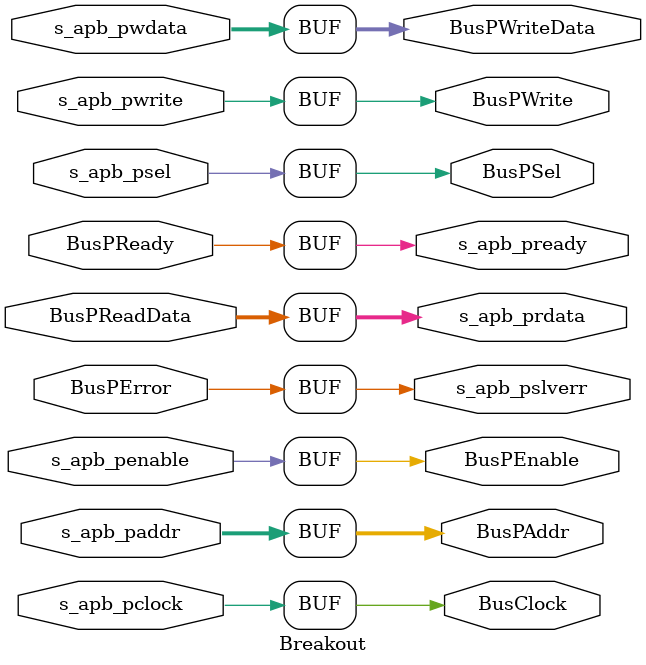
<source format=v>

module Breakout (
    s_apb_pclock, s_apb_paddr, s_apb_pwdata, s_apb_prdata, 
    s_apb_pwrite, s_apb_pready, 
    s_apb_penable, s_apb_psel, s_apb_pslverr,

    BusClock, BusPAddr, BusPWriteData, BusPReadData, 
    BusPWrite, BusPReady, 
    BusPEnable, BusPSel, BusPError
);
    input s_apb_pclock;
    input [31:0] s_apb_paddr, s_apb_pwdata;
    output [31:0] s_apb_prdata;
    input s_apb_pwrite;
    output s_apb_pready;
    input s_apb_penable, s_apb_psel;
    output s_apb_pslverr;

    output BusClock;
    output [31:0] BusPAddr, BusPWriteData;
    input [31:0] BusPReadData;
    output BusPWrite;
    input BusPReady;
    output BusPEnable, BusPSel;
    input BusPError;
    
    assign BusClock = s_apb_pclock;
    assign BusPAddr = s_apb_paddr;
    assign BusPWriteData = s_apb_pwdata;
    assign s_apb_prdata = BusPReadData;
    assign BusPWrite = s_apb_pwrite;
    assign s_apb_pready = BusPReady;
    assign BusPEnable = s_apb_penable;
    assign BusPSel = s_apb_psel;
    assign s_apb_pslverr = BusPError;

endmodule
</source>
